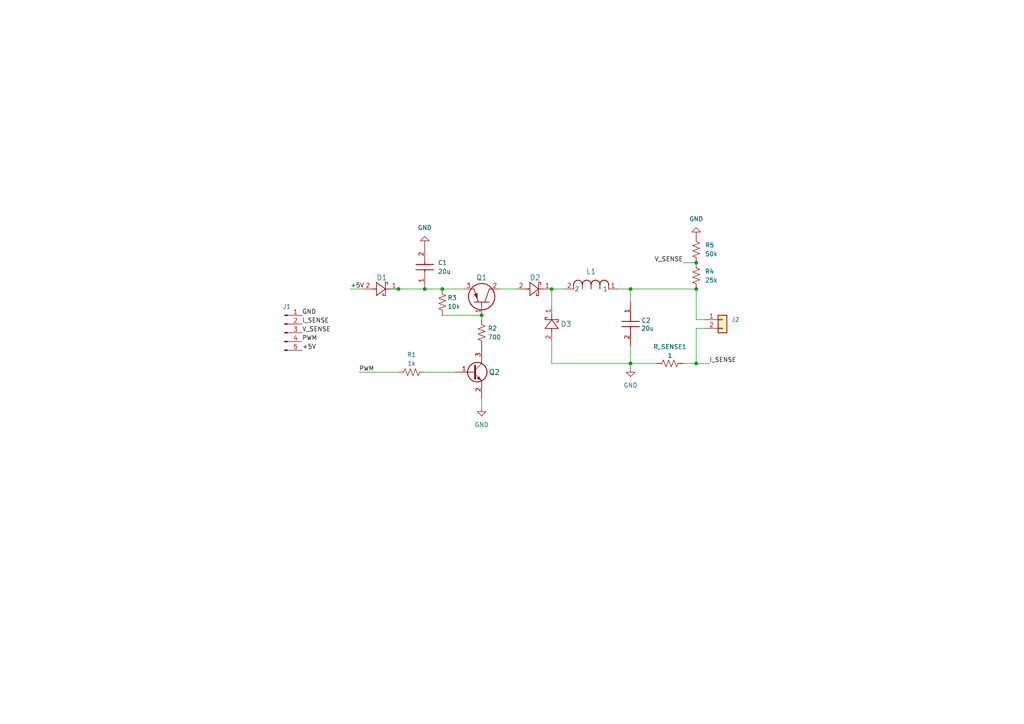
<source format=kicad_sch>
(kicad_sch (version 20250114) (generator "eeschema") (generator_version "9.0")
  (paper "A4")
  (title_block (title "Spark 1S Charger") (rev "1.0") (company "Voidstar Solutions"))
  (lib_symbols
    (symbol "Connector:Conn_01x05_Pin" (pin_names (offset 1.016) (hide yes))
      (property "Reference" "J" (at 0 7.62 0))
      (property "Value" "Conn_01x05_Pin" (at 0 -7.62 0))
      (symbol "Conn_01x05_Pin_1_1"
        (rectangle (start 0.8636 5.207) (end 0 4.953) (stroke (width 0.1524)) (fill (type outline)))
        (rectangle (start 0.8636 2.667) (end 0 2.413) (stroke (width 0.1524)) (fill (type outline)))
        (rectangle (start 0.8636 0.127) (end 0 -0.127) (stroke (width 0.1524)) (fill (type outline)))
        (rectangle (start 0.8636 -2.413) (end 0 -2.667) (stroke (width 0.1524)) (fill (type outline)))
        (rectangle (start 0.8636 -4.953) (end 0 -5.207) (stroke (width 0.1524)) (fill (type outline)))
        (polyline (pts (xy 1.27 5.08) (xy 0.8636 5.08)) (stroke (width 0.1524)))
        (polyline (pts (xy 1.27 2.54) (xy 0.8636 2.54)) (stroke (width 0.1524)))
        (polyline (pts (xy 1.27 0) (xy 0.8636 0)) (stroke (width 0.1524)))
        (polyline (pts (xy 1.27 -2.54) (xy 0.8636 -2.54)) (stroke (width 0.1524)))
        (polyline (pts (xy 1.27 -5.08) (xy 0.8636 -5.08)) (stroke (width 0.1524)))
        (pin passive line (at 5.08 5.08 180) (length 3.81) (name "Pin_1") (number "1"))
        (pin passive line (at 5.08 2.54 180) (length 3.81) (name "Pin_2") (number "2"))
        (pin passive line (at 5.08 0 180) (length 3.81) (name "Pin_3") (number "3"))
        (pin passive line (at 5.08 -2.54 180) (length 3.81) (name "Pin_4") (number "4"))
        (pin passive line (at 5.08 -5.08 180) (length 3.81) (name "Pin_5") (number "5"))
      )
    )
    (symbol "Connector_Generic:Conn_01x02" (pin_names (offset 1.016) (hide yes))
      (property "Reference" "J" (at 0 2.54 0))
      (property "Value" "Conn_01x02" (at 0 -5.08 0))
      (symbol "Conn_01x02_1_1"
        (rectangle (start -1.27 1.27) (end 1.27 -3.81) (stroke (width 0.254)) (fill (type background)))
        (rectangle (start -1.27 0.127) (end 0 -0.127) (stroke (width 0.1524)))
        (rectangle (start -1.27 -2.413) (end 0 -2.667) (stroke (width 0.1524)))
        (pin passive line (at -5.08 0 0) (length 3.81) (name "Pin_1") (number "1"))
        (pin passive line (at -5.08 -2.54 0) (length 3.81) (name "Pin_2") (number "2"))
      )
    )
    (symbol "Device:R_US" (pin_numbers (hide yes)) (pin_names (offset 0))
      (property "Reference" "R" (at 2.54 0 90))
      (property "Value" "R_US" (at -2.54 0 90))
      (symbol "R_US_0_1"
        (polyline (pts (xy 0 2.286) (xy 0 2.54)))
        (polyline (pts (xy 0 2.286) (xy 1.016 1.905) (xy 0 1.524) (xy -1.016 1.143) (xy 0 0.762)))
        (polyline (pts (xy 0 0.762) (xy 1.016 0.381) (xy 0 0) (xy -1.016 -0.381) (xy 0 -0.762)))
        (polyline (pts (xy 0 -0.762) (xy 1.016 -1.143) (xy 0 -1.524) (xy -1.016 -1.905) (xy 0 -2.286)))
        (polyline (pts (xy 0 -2.286) (xy 0 -2.54)))
      )
      (symbol "R_US_1_1"
        (pin passive line (at 0 3.81 270) (length 1.27) (name "~") (number "1"))
        (pin passive line (at 0 -3.81 90) (length 1.27) (name "~") (number "2"))
      )
    )
    (symbol "GRMJN7R61C206ME05D:GRMJN7R61C206ME05D" (pin_names (hide yes))
      (property "Reference" "C" (at 8.89 6.35 0))
      (property "Value" "GRMJN7R61C206ME05D" (at 8.89 3.81 0))
      (symbol "GRMJN7R61C206ME05D_1_1"
        (polyline (pts (xy 5.08 0) (xy 5.588 0)) (stroke (width 0.254)))
        (polyline (pts (xy 5.588 2.54) (xy 5.588 -2.54)) (stroke (width 0.254)))
        (polyline (pts (xy 7.112 2.54) (xy 7.112 -2.54)) (stroke (width 0.254)))
        (polyline (pts (xy 7.112 0) (xy 7.62 0)) (stroke (width 0.254)))
        (pin passive line (at 0 0 0) (length 5.08) (name "1") (number "1"))
        (pin passive line (at 12.7 0 180) (length 5.08) (name "2") (number "2"))
      )
    )
    (symbol "MBR120VLSFT1G:MBR120VLSFT1G" (pin_names (offset 0.254))
      (property "Reference" "CR" (at 5.08 4.445 0))
      (property "Value" "MBR120VLSFT1G" (at 5.08 -3.81 0))
      (symbol "MBR120VLSFT1G_0_1"
        (polyline (pts (xy 2.54 0) (xy 3.4798 0)) (stroke (width 0.2032)))
        (polyline (pts (xy 3.175 0) (xy 3.81 0)) (stroke (width 0.2032)))
        (polyline (pts (xy 3.81 1.905) (xy 3.81 -1.905)) (stroke (width 0.2032)))
        (polyline (pts (xy 3.81 -1.905) (xy 6.35 0)) (stroke (width 0.2032)))
        (polyline (pts (xy 5.715 -1.905) (xy 5.715 -1.27)) (stroke (width 0.2032)))
        (polyline (pts (xy 6.35 1.905) (xy 6.985 1.905)) (stroke (width 0.2032)))
        (polyline (pts (xy 6.35 0) (xy 3.81 1.905)) (stroke (width 0.2032)))
        (polyline (pts (xy 6.35 0) (xy 7.62 0)) (stroke (width 0.2032)))
        (polyline (pts (xy 6.35 -1.905) (xy 5.715 -1.905)) (stroke (width 0.2032)))
        (polyline (pts (xy 6.35 -1.905) (xy 6.35 1.905)) (stroke (width 0.2032)))
        (polyline (pts (xy 6.985 1.905) (xy 6.985 1.27)) (stroke (width 0.2032)))
        (pin unspecified line (at 0 0 0) (length 2.54) (name "") (number "2"))
        (pin unspecified line (at 10.16 0 180) (length 2.54) (name "") (number "1"))
      )
    )
    (symbol "PMBT2369:PMBT2369" (pin_names (offset 0.254))
      (property "Reference" "U" (at 1.27 11.43 0))
      (property "Value" "PMBT2369" (at 8.89 0 0))
      (symbol "PMBT2369_0_1"
        (polyline (pts (xy -3.81 0) (xy -0.635 0)))
        (polyline (pts (xy -0.635 1.905) (xy -0.635 -1.905)) (stroke (width 0.508)))
        (circle (center 0 0) (radius 2.8194) (stroke (width 0.254)))
      )
      (symbol "PMBT2369_1_1"
        (polyline (pts (xy -0.635 0.635) (xy 1.27 2.54)))
        (polyline (pts (xy -0.635 -0.635) (xy 1.27 -2.54)))
        (polyline (pts (xy 0 -1.778) (xy 0.508 -1.27) (xy 1.016 -2.286) (xy 0 -1.778)) (fill (type outline)))
        (pin input line (at -6.35 0 0) (length 5.08) (name "") (number "1"))
        (pin passive line (at 1.27 7.62 270) (length 5.08) (name "") (number "3"))
        (pin passive line (at 1.27 -7.62 90) (length 5.08) (name "") (number "2"))
      )
    )
    (symbol "SRR1260-151:SRR1260-151K" (pin_names (offset 0.254))
      (property "Reference" "L" (at 6.985 5.08 0))
      (property "Value" "SRR1260-151K" (at 6.985 -2.54 0))
      (symbol "SRR1260-151K_1_1"
        (polyline (pts (xy 2.54 0) (xy 2.54 1.27)) (stroke (width 0.2032)))
        (arc (start 2.54 1.27) (mid 3.81 2.5344) (end 5.08 1.27) (stroke (width 0.254)))
        (polyline (pts (xy 5.08 0) (xy 5.08 1.27)) (stroke (width 0.2032)))
        (arc (start 5.08 1.27) (mid 6.35 2.5344) (end 7.62 1.27) (stroke (width 0.254)))
        (polyline (pts (xy 7.62 0) (xy 7.62 1.27)) (stroke (width 0.2032)))
        (arc (start 7.62 1.27) (mid 8.89 2.5344) (end 10.16 1.27) (stroke (width 0.254)))
        (polyline (pts (xy 10.16 0) (xy 10.16 1.27)) (stroke (width 0.2032)))
        (arc (start 10.16 1.27) (mid 11.43 2.5344) (end 12.7 1.27) (stroke (width 0.254)))
        (polyline (pts (xy 12.7 0) (xy 12.7 1.27)) (stroke (width 0.2032)))
        (pin unspecified line (at 0 0 0) (length 2.54) (name "2") (number "2"))
        (pin unspecified line (at 15.24 0 180) (length 2.54) (name "1") (number "1"))
      )
      (symbol "SRR1260-151K_1_2"
        (arc (start -1.27 10.16) (mid -2.5344 11.43) (end -1.27 12.7) (stroke (width 0.254)))
        (arc (start -1.27 7.62) (mid -2.5344 8.89) (end -1.27 10.16) (stroke (width 0.254)))
        (arc (start -1.27 5.08) (mid -2.5344 6.35) (end -1.27 7.62) (stroke (width 0.254)))
        (arc (start -1.27 2.54) (mid -2.5344 3.81) (end -1.27 5.08) (stroke (width 0.254)))
        (polyline (pts (xy 0 12.7) (xy -1.27 12.7)) (stroke (width 0.2032)))
        (polyline (pts (xy 0 10.16) (xy -1.27 10.16)) (stroke (width 0.2032)))
        (polyline (pts (xy 0 7.62) (xy -1.27 7.62)) (stroke (width 0.2032)))
        (polyline (pts (xy 0 5.08) (xy -1.27 5.08)) (stroke (width 0.2032)))
        (polyline (pts (xy 0 2.54) (xy -1.27 2.54)) (stroke (width 0.2032)))
        (pin unspecified line (at 0 15.24 270) (length 2.54) (name "1") (number "1"))
        (pin unspecified line (at 0 0 90) (length 2.54) (name "2") (number "2"))
      )
    )
    (symbol "STD28054:STD2805T4" (pin_names (offset 0.254))
      (property "Reference" "Q" (at 10.16 2.54 0))
      (property "Value" "STD2805T4" (at 10.16 -2.54 0))
      (symbol "STD2805T4_0_1"
        (polyline (pts (xy 2.54 0) (xy 3.81 0)) (stroke (width 0.2032)))
        (polyline (pts (xy 3.81 0.9398) (xy 7.62 2.2098)) (stroke (width 0.2032)))
        (polyline (pts (xy 3.81 -0.9398) (xy 7.62 -2.2098)) (stroke (width 0.2032)))
        (polyline (pts (xy 3.81 -2.2098) (xy 3.81 2.2098)) (stroke (width 0.2032)))
        (circle (center 5.3848 0) (radius 3.81) (stroke (width 0.254)))
        (polyline (pts (xy 6.0198 -2.2098) (xy 6.35 -1.27) (xy 4.7498 -1.27)) (fill (type outline)))
        (polyline (pts (xy 7.62 2.2098) (xy 7.62 2.54)) (stroke (width 0.2032)))
        (polyline (pts (xy 7.62 -2.54) (xy 7.62 -2.2098)) (stroke (width 0.2032)))
        (pin unspecified line (at 0 0 0) (length 2.54) (name "") (number "1"))
        (pin unspecified line (at 7.62 5.08 270) (length 2.54) (name "") (number "2"))
        (pin unspecified line (at 7.62 -5.08 90) (length 2.54) (name "") (number "3"))
      )
    )
    (symbol "power:GND" (power) (pin_numbers (hide yes)) (pin_names (offset 0) (hide yes))
      (property "Value" "GND" (at 0 -3.81 0))
      (symbol "GND_0_1"
        (polyline (pts (xy 0 0) (xy 0 -1.27) (xy 1.27 -1.27) (xy 0 -2.54) (xy -1.27 -1.27) (xy 0 -1.27)))
      )
      (symbol "GND_1_1"
        (pin power_in line (at 0 0 270) (length 0) (name "~") (number "1"))
      )
    )
  )
  (junction (at 128.27 83.82))
  (junction (at 182.88 105.41))
  (junction (at 201.93 83.82))
  (junction (at 115.57 83.82))
  (junction (at 139.7 91.44))
  (junction (at 123.19 83.82))
  (junction (at 160.02 83.82))
  (junction (at 201.93 76.2))
  (junction (at 201.93 105.41))
  (junction (at 182.88 83.82))
  (wire (pts (xy 128.27 83.82) (xy 134.62 83.82)))
  (wire (pts (xy 104.14 107.95) (xy 115.57 107.95)))
  (wire (pts (xy 113.03 83.82) (xy 115.57 83.82)))
  (wire (pts (xy 204.47 95.25) (xy 201.93 95.25)))
  (wire (pts (xy 179.07 83.82) (xy 182.88 83.82)))
  (wire (pts (xy 182.88 83.82) (xy 201.93 83.82)))
  (wire (pts (xy 204.47 92.71) (xy 201.93 92.71)))
  (wire (pts (xy 128.27 91.44) (xy 139.7 91.44)))
  (wire (pts (xy 182.88 105.41) (xy 182.88 106.68)))
  (wire (pts (xy 182.88 105.41) (xy 190.5 105.41)))
  (wire (pts (xy 201.93 105.41) (xy 205.74 105.41)))
  (wire (pts (xy 144.78 83.82) (xy 149.86 83.82)))
  (wire (pts (xy 201.93 95.25) (xy 201.93 105.41)))
  (wire (pts (xy 123.19 83.82) (xy 128.27 83.82)))
  (wire (pts (xy 182.88 100.33) (xy 182.88 105.41)))
  (wire (pts (xy 101.6 83.82) (xy 105.41 83.82)))
  (wire (pts (xy 198.12 105.41) (xy 201.93 105.41)))
  (wire (pts (xy 139.7 92.71) (xy 139.7 91.44)))
  (wire (pts (xy 163.83 83.82) (xy 160.02 83.82)))
  (wire (pts (xy 160.02 83.82) (xy 160.02 88.9)))
  (wire (pts (xy 160.02 105.41) (xy 182.88 105.41)))
  (wire (pts (xy 115.57 83.82) (xy 123.19 83.82)))
  (wire (pts (xy 123.19 107.95) (xy 132.08 107.95)))
  (wire (pts (xy 198.12 76.2) (xy 201.93 76.2)))
  (wire (pts (xy 201.93 83.82) (xy 201.93 92.71)))
  (wire (pts (xy 160.02 99.06) (xy 160.02 105.41)))
  (wire (pts (xy 139.7 115.57) (xy 139.7 118.11)))
  (wire (pts (xy 182.88 83.82) (xy 182.88 87.63)))
  (label "PWM" (at 104.14 107.95 0))
  (label "I_SENSE" (at 87.63 93.98 0))
  (label "+5V" (at 87.63 101.6 0))
  (label "V_SENSE" (at 87.63 96.52 0))
  (label "GND" (at 87.63 91.44 0))
  (label "PWM" (at 87.63 99.06 0))
  (label "+5V" (at 101.6 83.82 0))
  (label "V_SENSE" (at 198.12 76.2 180))
  (label "I_SENSE" (at 205.74 105.41 0))
  (symbol (lib_id "GRMJN7R61C206ME05D:GRMJN7R61C206ME05D") (at 123.19 83.82 90) (unit 1)
    (property "Reference" "C1" (at 127 76.1999 90) (effects (justify right)))
    (property "Value" "20u" (at 127 78.7399 90) (effects (justify right)))
    (property "Footprint" "GRMJN7:DIOM7959X262N" (effects (hide yes)))
    (property "Datasheet" "https://search.murata.co.jp/Ceramy/image/img/A01X/G101/ENG/GRMJN7R61C206ME05-01A.pdf" (effects (hide yes)))
    (property "Description" "Chip Multilayer Ceramic Capacitors for General Purpose, 0704" (effects (hide yes)))
    (property "Height" "0.8" (effects (hide yes)))
    (property "Mouser Part Number" "81-GRMJN7R61C206ME5D" (effects (hide yes)))
    (property "Mouser Price/Stock" "https://www.mouser.co.uk/ProductDetail/Murata-Electronics/GRMJN7R61C206ME05D?qs=rrS6PyfT74coUKxXgqe%2FlQ%3D%3D" (effects (hide yes)))
    (property "Manufacturer_Name" "Murata Electronics" (effects (hide yes)))
    (property "Manufacturer_Part_Number" "GRMJN7R61C206ME05D" (effects (hide yes)))
    (property "Sim.Device" "C" (effects (hide yes)))
    (property "Sim.Pins" "1=+ 2=-" (effects (hide yes)))
  )
  (symbol (lib_id "Device:R_US") (at 119.38 107.95 90) (unit 1)
    (property "Reference" "R1" (at 119.38 102.87 90))
    (property "Value" "1k" (at 119.38 105.41 90))
    (property "Footprint" "Resistor_SMD:R_0402_1005Metric" (effects (hide yes)))
    (property "Description" "Resistor, US symbol" (effects (hide yes)))
    (property "Sim.Device" "R" (effects (hide yes)))
    (property "Sim.Pins" "1=- 2=+" (effects (hide yes)))
  )
  (symbol (lib_id "Device:R_US") (at 139.7 96.52 0) (unit 1)
    (property "Reference" "R2" (at 141.478 95.25 0) (effects (justify left)))
    (property "Value" "700" (at 141.478 97.79 0) (effects (justify left)))
    (property "Footprint" "Resistor_SMD:R_0402_1005Metric" (effects (hide yes)))
    (property "Description" "Resistor, US symbol" (effects (hide yes)))
    (property "Sim.Device" "R" (effects (hide yes)))
    (property "Sim.Pins" "1=- 2=+" (effects (hide yes)))
  )
  (symbol (lib_id "Connector:Conn_01x05_Pin") (at 82.55 96.52 0) (unit 1)
    (property "Reference" "J1" (at 83.185 88.9 0))
    (property "Value" "Conn_01x05_Pin" (effects (hide yes)))
    (property "Footprint" "Connector_PinHeader_2.54mm:PinHeader_1x05_P2.54mm_Vertical" (effects (hide yes)))
    (property "Description" "Generic connector, single row, 01x05, script generated" (effects (hide yes)))
  )
  (symbol (lib_id "Device:R_US") (at 201.93 80.01 0) (unit 1)
    (property "Reference" "R4" (at 204.47 78.7399 0) (effects (justify left)))
    (property "Value" "25k" (at 204.47 81.2799 0) (effects (justify left)))
    (property "Footprint" "Resistor_SMD:R_0402_1005Metric" (effects (hide yes)))
    (property "Description" "Resistor, US symbol" (effects (hide yes)))
  )
  (symbol (lib_id "power:GND") (at 182.88 106.68 0) (unit 1)
    (property "Reference" "#PWR02" (effects (hide yes)))
    (property "Value" "GND" (at 182.88 111.76 0))
    (property "Description" "Power symbol creates a global label with name \"GND\" , ground" (effects (hide yes)))
  )
  (symbol (lib_id "MBR120VLSFT1G:MBR120VLSFT1G") (at 160.02 99.06 90) (unit 1)
    (property "Reference" "D3" (at 162.56 93.98 90) (effects (font (size 1.524 1.524)) (justify right)))
    (property "Value" "MBR120VLSFT1G" (effects (hide yes)))
    (property "Footprint" "SDO_SOD-123FL_ONS" (effects (hide yes)))
    (property "Datasheet" "MBR120VLSFT1G" (effects (hide yes)))
  )
  (symbol (lib_id "power:GND") (at 123.19 71.12 180) (unit 1)
    (property "Reference" "#PWR03" (effects (hide yes)))
    (property "Value" "GND" (at 123.19 66.04 0))
    (property "Description" "Power symbol creates a global label with name \"GND\" , ground" (effects (hide yes)))
  )
  (symbol (lib_id "Connector_Generic:Conn_01x02") (at 209.55 92.71 0) (unit 1)
    (property "Reference" "J2" (at 212.09 92.7099 0) (effects (justify left)))
    (property "Value" "Conn_01x02" (effects (hide yes)))
    (property "Footprint" "Connector_PinHeader_2.54mm:PinHeader_1x02_P2.54mm_Vertical" (effects (hide yes)))
    (property "Description" "Generic connector, single row, 01x02, script generated (kicad-library-utils/schlib/autogen/connector/)" (effects (hide yes)))
  )
  (symbol (lib_id "MBR120VLSFT1G:MBR120VLSFT1G") (at 105.41 83.82 0) (unit 1)
    (property "Reference" "D1" (at 110.744 80.518 0) (effects (font (size 1.524 1.524))))
    (property "Value" "MBR120VLSFT1G" (effects (hide yes)))
    (property "Footprint" "SDO_SOD-123FL_ONS" (effects (hide yes)))
    (property "Datasheet" "MBR120VLSFT1G" (effects (hide yes)))
  )
  (symbol (lib_id "Device:R_US") (at 201.93 72.39 0) (unit 1)
    (property "Reference" "R5" (at 204.47 71.1199 0) (effects (justify left)))
    (property "Value" "50k" (at 204.47 73.6599 0) (effects (justify left)))
    (property "Footprint" "Resistor_SMD:R_0402_1005Metric" (effects (hide yes)))
    (property "Description" "Resistor, US symbol" (effects (hide yes)))
  )
  (symbol (lib_id "PMBT2369:PMBT2369") (at 138.43 107.95 0) (unit 1)
    (property "Reference" "Q2" (at 141.732 107.95 0) (effects (font (size 1.524 1.524)) (justify left)))
    (property "Value" "PMBT2369" (effects (hide yes)))
    (property "Footprint" "SOT23_NXP" (effects (hide yes)))
    (property "Datasheet" "PMBT2369" (effects (hide yes)))
  )
  (symbol (lib_id "Device:R_US") (at 194.31 105.41 90) (unit 1)
    (property "Reference" "R_SENSE1" (at 194.31 100.584 90))
    (property "Value" "1" (at 194.31 103.124 90))
    (property "Footprint" "Resistor_SMD:R_0402_1005Metric" (effects (hide yes)))
    (property "Description" "Resistor, US symbol" (effects (hide yes)))
    (property "Sim.Device" "R" (effects (hide yes)))
    (property "Sim.Pins" "1=- 2=+" (effects (hide yes)))
  )
  (symbol (lib_id "Device:R_US") (at 128.27 87.63 0) (unit 1)
    (property "Reference" "R3" (at 129.794 86.36 0) (effects (justify left)))
    (property "Value" "10k" (at 129.794 88.9 0) (effects (justify left)))
    (property "Footprint" "Resistor_SMD:R_0402_1005Metric" (effects (hide yes)))
    (property "Description" "Resistor, US symbol" (effects (hide yes)))
    (property "Sim.Device" "R" (effects (hide yes)))
    (property "Sim.Pins" "1=- 2=+" (effects (hide yes)))
  )
  (symbol (lib_id "power:GND") (at 201.93 68.58 180) (unit 1)
    (property "Reference" "#PWR01" (effects (hide yes)))
    (property "Value" "GND" (at 201.93 63.5 0))
    (property "Description" "Power symbol creates a global label with name \"GND\" , ground" (effects (hide yes)))
  )
  (symbol (lib_id "power:GND") (at 139.7 118.11 0) (unit 1)
    (property "Reference" "#PWR04" (effects (hide yes)))
    (property "Value" "GND" (at 139.7 123.19 0))
    (property "Description" "Power symbol creates a global label with name \"GND\" , ground" (effects (hide yes)))
  )
  (symbol (lib_id "GRMJN7R61C206ME05D:GRMJN7R61C206ME05D") (at 182.88 87.63 270) (unit 1)
    (property "Reference" "C2" (at 188.722 92.964 90) (effects (justify right)))
    (property "Value" "20u" (at 189.738 95.25 90) (effects (justify right)))
    (property "Footprint" "GRMJN7:DIOM7959X262N" (effects (hide yes)))
    (property "Datasheet" "https://search.murata.co.jp/Ceramy/image/img/A01X/G101/ENG/GRMJN7R61C206ME05-01A.pdf" (effects (hide yes)))
    (property "Description" "Chip Multilayer Ceramic Capacitors for General Purpose, 0704" (effects (hide yes)))
    (property "Height" "0.8" (effects (hide yes)))
    (property "Mouser Part Number" "81-GRMJN7R61C206ME5D" (effects (hide yes)))
    (property "Mouser Price/Stock" "https://www.mouser.co.uk/ProductDetail/Murata-Electronics/GRMJN7R61C206ME05D?qs=rrS6PyfT74coUKxXgqe%2FlQ%3D%3D" (effects (hide yes)))
    (property "Manufacturer_Name" "Murata Electronics" (effects (hide yes)))
    (property "Manufacturer_Part_Number" "GRMJN7R61C206ME05D" (effects (hide yes)))
    (property "Sim.Device" "C" (effects (hide yes)))
    (property "Sim.Pins" "1=+ 2=-" (effects (hide yes)))
  )
  (symbol (lib_id "STD28054:STD2805T4") (at 139.7 91.44 270) (mirror x) (unit 1)
    (property "Reference" "Q1" (at 139.7 80.518 90) (effects (font (size 1.524 1.524))))
    (property "Value" "STD2805T4" (effects (hide yes)))
    (property "Footprint" "DPAKTO-252_TYPEA_STM" (effects (hide yes)))
    (property "Datasheet" "STD2805T4" (effects (hide yes)))
  )
  (symbol (lib_id "MBR120VLSFT1G:MBR120VLSFT1G") (at 149.86 83.82 0) (unit 1)
    (property "Reference" "D2" (at 155.194 80.518 0) (effects (font (size 1.524 1.524))))
    (property "Value" "MBR120VLSFT1G" (effects (hide yes)))
    (property "Footprint" "SDO_SOD-123FL_ONS" (effects (hide yes)))
    (property "Datasheet" "MBR120VLSFT1G" (effects (hide yes)))
  )
  (symbol (lib_id "SRR1260-151:SRR1260-151K") (at 163.83 83.82 0) (unit 1)
    (property "Reference" "L1" (at 171.45 78.74 0) (effects (font (size 1.524 1.524))))
    (property "Value" "SRR1260-151K" (effects (hide yes)))
    (property "Footprint" "IND_BOURNS_SRR1260" (effects (hide yes)))
    (property "Datasheet" "SRR1260-151K" (effects (hide yes)))
  )
)
</source>
